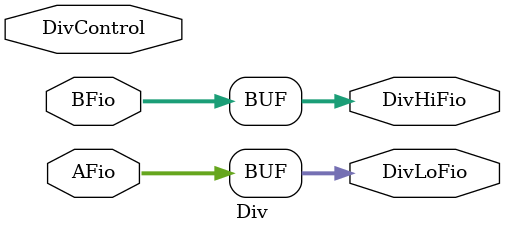
<source format=v>
module Div(input wire [0:0]DivControl,input wire [31:0] AFio, input wire [31:0] BFio, output wire [31:0] DivLoFio, output wire [31:0] DivHiFio);

assign DivLoFio = AFio;
assign DivHiFio = BFio;

endmodule

</source>
